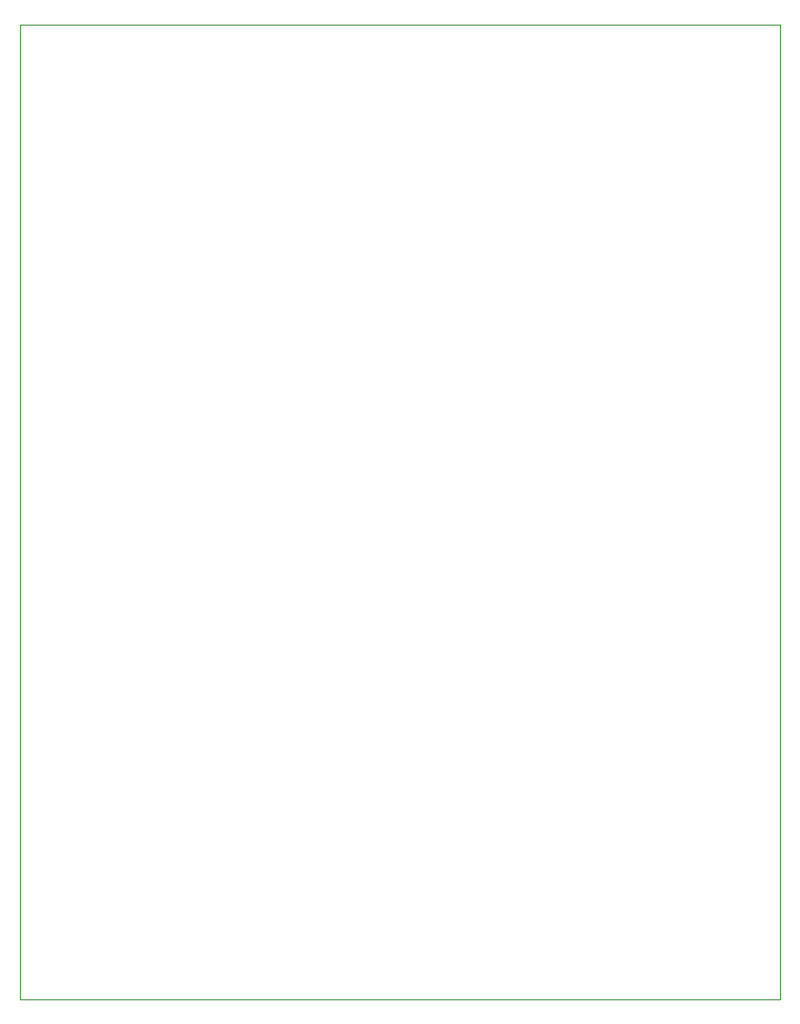
<source format=gko>
G04*
G04 #@! TF.GenerationSoftware,Altium Limited,Altium Designer,19.0.9 (268)*
G04*
G04 Layer_Color=16711935*
%FSLAX25Y25*%
%MOIN*%
G70*
G01*
G75*
%ADD56C,0.00394*%
D56*
X0Y-342520D02*
X267520D01*
Y0D01*
X0Y-342520D02*
Y0D01*
X267520D01*
M02*

</source>
